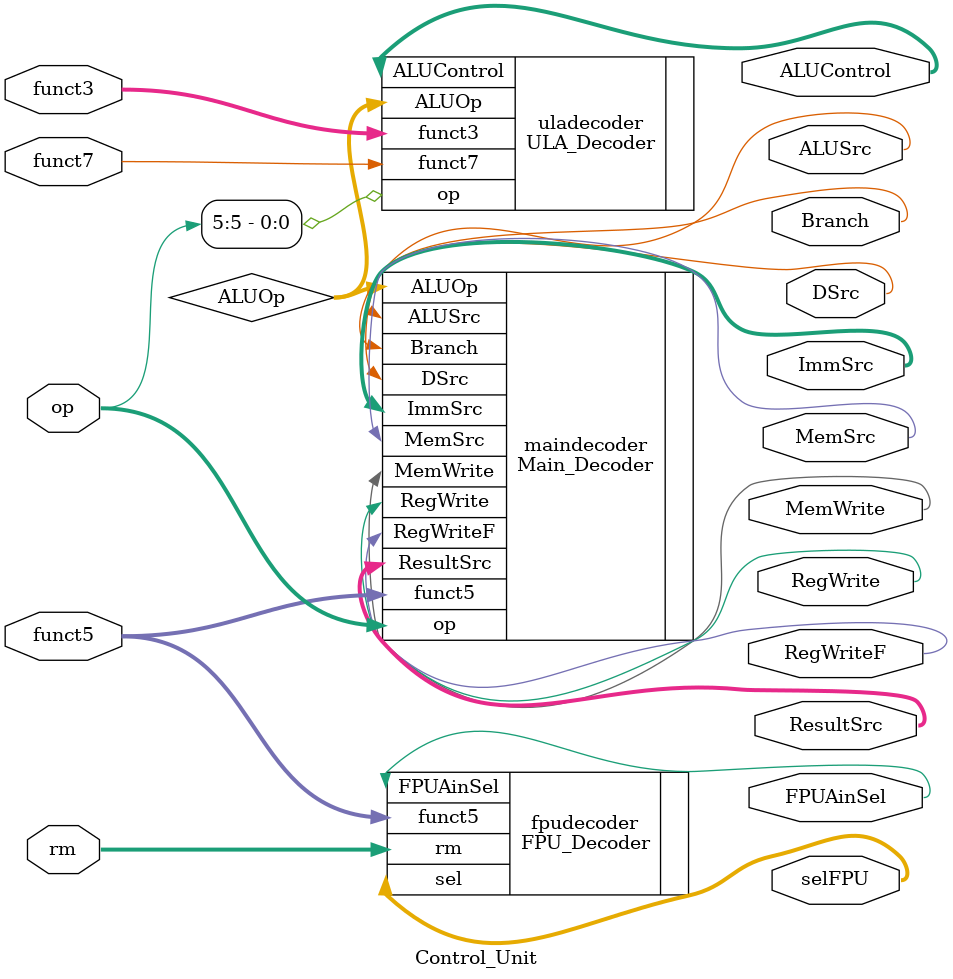
<source format=v>
module Control_Unit (
  input [6:0] op,
  input [4:0] funct5,
  input [2:0] rm,
  output [1:0]ResultSrc,
  output Branch,
  output MemWrite,
  output ALUSrc,
  output [1:0] ImmSrc,
  output RegWrite,
  input [2:0] funct3,
  input funct7,
  output [2:0] ALUControl,
  output [4:0] selFPU,
  output RegWriteF,
  output MemSrc,
  output FPUAinSel,
  output DSrc

);


wire [1:0] ALUOp;

Main_Decoder maindecoder (
  .op(op),
  .Branch(Branch),
  .ResultSrc(ResultSrc),
  .MemWrite(MemWrite),
  .ALUSrc(ALUSrc),
  .ImmSrc(ImmSrc),
  .RegWrite(RegWrite),
  .ALUOp(ALUOp),
  .funct5(funct5),
  // sinais referentes a fpu, incluindo seletor, we, seletor de muxes
  .RegWriteF(RegWriteF),
  .MemSrc(MemSrc),
  .DSrc(DSrc)

);

ULA_Decoder uladecoder (
  .ALUOp(ALUOp),
  .op(op[5]),
  .funct3(funct3),
  .funct7(funct7),
  .ALUControl(ALUControl)
);

FPU_Decoder fpudecoder (
  .funct5(funct5),
  .rm(rm),
  .FPUAinSel(FPUAinSel),
  .sel(selFPU)
);

endmodule

</source>
